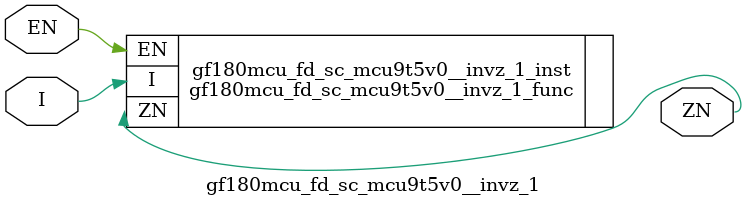
<source format=v>

module gf180mcu_fd_sc_mcu9t5v0__invz_1( EN, ZN, I );
input EN, I;
output ZN;

   `ifdef FUNCTIONAL  //  functional //

	gf180mcu_fd_sc_mcu9t5v0__invz_1_func gf180mcu_fd_sc_mcu9t5v0__invz_1_behav_inst(.EN(EN),.ZN(ZN),.I(I));

   `else

	gf180mcu_fd_sc_mcu9t5v0__invz_1_func gf180mcu_fd_sc_mcu9t5v0__invz_1_inst(.EN(EN),.ZN(ZN),.I(I));

	// spec_gates_begin


	// spec_gates_end



   specify

	// specify_block_begin

	// comb arc EN --> ZN
	 (EN => ZN) = (1.0,1.0);

	// comb arc I --> ZN
	 (I => ZN) = (1.0,1.0);

	// specify_block_end

   endspecify

   `endif

endmodule

</source>
